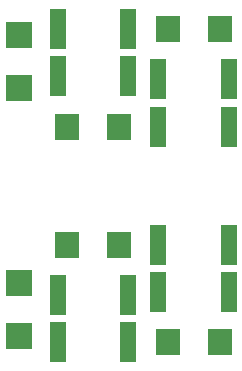
<source format=gtp>
G04*
G04 #@! TF.GenerationSoftware,Altium Limited,Altium Designer,18.1.9 (240)*
G04*
G04 Layer_Color=8421504*
%FSLAX25Y25*%
%MOIN*%
G70*
G01*
G75*
%ADD17R,0.05315X0.13386*%
%ADD18R,0.08268X0.09055*%
%ADD19R,0.09055X0.09055*%
D17*
X105217Y19685D02*
D03*
X81791D02*
D03*
X71751Y36417D02*
D03*
X48326D02*
D03*
X71752Y-36417D02*
D03*
X48327D02*
D03*
X105217Y-19685D02*
D03*
X81791D02*
D03*
X71752Y52165D02*
D03*
X48327D02*
D03*
X105217Y35433D02*
D03*
X81791D02*
D03*
X105217Y-35433D02*
D03*
X81791D02*
D03*
X71752Y-52165D02*
D03*
X48327D02*
D03*
D18*
X84843Y52165D02*
D03*
X102166D02*
D03*
X84842Y-52165D02*
D03*
X102165D02*
D03*
X68701Y19685D02*
D03*
X51378D02*
D03*
X68701Y-19685D02*
D03*
X51378D02*
D03*
D19*
X35433Y32480D02*
D03*
Y50197D02*
D03*
X35434Y-32480D02*
D03*
Y-50197D02*
D03*
M02*

</source>
